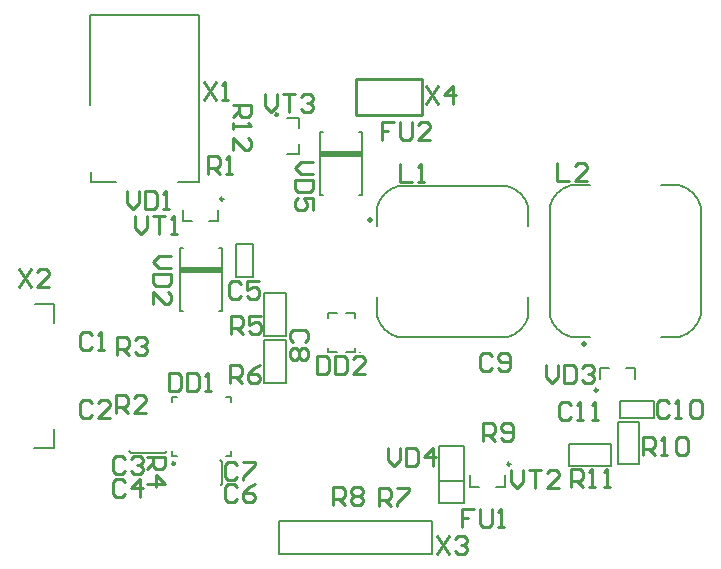
<source format=gto>
G04 Layer_Color=16777215*
%FSLAX43Y43*%
%MOMM*%
G71*
G01*
G75*
%ADD31C,0.250*%
%ADD35C,0.254*%
%ADD42C,0.500*%
%ADD43C,0.200*%
%ADD44C,0.100*%
%ADD45R,3.556X0.500*%
D31*
X42625Y9550D02*
G03*
X42625Y9550I-125J0D01*
G01*
X14225Y9600D02*
G03*
X14225Y9600I-125J0D01*
G01*
X50025Y15825D02*
G03*
X50025Y15825I-125J0D01*
G01*
X22950Y39150D02*
G03*
X22950Y39150I-125J0D01*
G01*
X18325Y32000D02*
G03*
X18325Y32000I-125J0D01*
G01*
D35*
X35119Y39151D02*
Y42199D01*
X29531D02*
X35119D01*
X29531Y39151D02*
X35119D01*
X29531D02*
Y42199D01*
X40350Y11550D02*
Y13074D01*
X41112D01*
X41366Y12820D01*
Y12312D01*
X41112Y12058D01*
X40350D01*
X40858D02*
X41366Y11550D01*
X41874Y11804D02*
X42127Y11550D01*
X42635D01*
X42889Y11804D01*
Y12820D01*
X42635Y13074D01*
X42127D01*
X41874Y12820D01*
Y12566D01*
X42127Y12312D01*
X42889D01*
X42675Y9099D02*
Y8083D01*
X43183Y7575D01*
X43691Y8083D01*
Y9099D01*
X44199D02*
X45214D01*
X44706D01*
Y7575D01*
X46738D02*
X45722D01*
X46738Y8591D01*
Y8845D01*
X46484Y9099D01*
X45976D01*
X45722Y8845D01*
X32275Y10924D02*
Y9908D01*
X32783Y9400D01*
X33291Y9908D01*
Y10924D01*
X33799D02*
Y9400D01*
X34560D01*
X34814Y9654D01*
Y10670D01*
X34560Y10924D01*
X33799D01*
X36084Y9400D02*
Y10924D01*
X35322Y10162D01*
X36338D01*
X39516Y5774D02*
X38500D01*
Y5012D01*
X39008D01*
X38500D01*
Y4250D01*
X40024Y5774D02*
Y4504D01*
X40277Y4250D01*
X40785D01*
X41039Y4504D01*
Y5774D01*
X41547Y4250D02*
X42055D01*
X41801D01*
Y5774D01*
X41547Y5520D01*
X13725Y17249D02*
Y15725D01*
X14487D01*
X14741Y15979D01*
Y16995D01*
X14487Y17249D01*
X13725D01*
X15249D02*
Y15725D01*
X16010D01*
X16264Y15979D01*
Y16995D01*
X16010Y17249D01*
X15249D01*
X16772Y15725D02*
X17280D01*
X17026D01*
Y17249D01*
X16772Y16995D01*
X9991Y9970D02*
X9737Y10224D01*
X9229D01*
X8975Y9970D01*
Y8954D01*
X9229Y8700D01*
X9737D01*
X9991Y8954D01*
X10499Y9970D02*
X10752Y10224D01*
X11260D01*
X11514Y9970D01*
Y9716D01*
X11260Y9462D01*
X11006D01*
X11260D01*
X11514Y9208D01*
Y8954D01*
X11260Y8700D01*
X10752D01*
X10499Y8954D01*
X9991Y8070D02*
X9737Y8323D01*
X9229D01*
X8975Y8070D01*
Y7054D01*
X9229Y6800D01*
X9737D01*
X9991Y7054D01*
X11260Y6800D02*
Y8323D01*
X10499Y7562D01*
X11514D01*
X11900Y10175D02*
X13424D01*
Y9413D01*
X13170Y9159D01*
X12662D01*
X12408Y9413D01*
Y10175D01*
Y9667D02*
X11900Y9159D01*
Y7890D02*
X13424D01*
X12662Y8651D01*
Y7636D01*
X53850Y10350D02*
Y11874D01*
X54612D01*
X54866Y11620D01*
Y11112D01*
X54612Y10858D01*
X53850D01*
X54358D02*
X54866Y10350D01*
X55374D02*
X55881D01*
X55627D01*
Y11874D01*
X55374Y11620D01*
X56643D02*
X56897Y11874D01*
X57405D01*
X57659Y11620D01*
Y10604D01*
X57405Y10350D01*
X56897D01*
X56643Y10604D01*
Y11620D01*
X47725Y7600D02*
Y9124D01*
X48487D01*
X48741Y8870D01*
Y8362D01*
X48487Y8108D01*
X47725D01*
X48233D02*
X48741Y7600D01*
X49249D02*
X49756D01*
X49502D01*
Y9124D01*
X49249Y8870D01*
X50518Y7600D02*
X51026D01*
X50772D01*
Y9124D01*
X50518Y8870D01*
X47766Y14570D02*
X47512Y14824D01*
X47004D01*
X46750Y14570D01*
Y13554D01*
X47004Y13300D01*
X47512D01*
X47766Y13554D01*
X48274Y13300D02*
X48781D01*
X48527D01*
Y14824D01*
X48274Y14570D01*
X49543Y13300D02*
X50051D01*
X49797D01*
Y14824D01*
X49543Y14570D01*
X46600Y35074D02*
Y33550D01*
X47616D01*
X49139D02*
X48124D01*
X49139Y34566D01*
Y34820D01*
X48885Y35074D01*
X48377D01*
X48124Y34820D01*
X56066Y14720D02*
X55812Y14974D01*
X55304D01*
X55050Y14720D01*
Y13704D01*
X55304Y13450D01*
X55812D01*
X56066Y13704D01*
X56574Y13450D02*
X57081D01*
X56827D01*
Y14974D01*
X56574Y14720D01*
X57843D02*
X58097Y14974D01*
X58605D01*
X58859Y14720D01*
Y13704D01*
X58605Y13450D01*
X58097D01*
X57843Y13704D01*
Y14720D01*
X45650Y17924D02*
Y16908D01*
X46158Y16400D01*
X46666Y16908D01*
Y17924D01*
X47174D02*
Y16400D01*
X47935D01*
X48189Y16654D01*
Y17670D01*
X47935Y17924D01*
X47174D01*
X48697Y17670D02*
X48951Y17924D01*
X49459D01*
X49713Y17670D01*
Y17416D01*
X49459Y17162D01*
X49205D01*
X49459D01*
X49713Y16908D01*
Y16654D01*
X49459Y16400D01*
X48951D01*
X48697Y16654D01*
X41116Y18720D02*
X40862Y18974D01*
X40354D01*
X40100Y18720D01*
Y17704D01*
X40354Y17450D01*
X40862D01*
X41116Y17704D01*
X41624D02*
X41877Y17450D01*
X42385D01*
X42639Y17704D01*
Y18720D01*
X42385Y18974D01*
X41877D01*
X41624Y18720D01*
Y18466D01*
X41877Y18212D01*
X42639D01*
X36425Y3474D02*
X37441Y1950D01*
Y3474D02*
X36425Y1950D01*
X37949Y3220D02*
X38202Y3474D01*
X38710D01*
X38964Y3220D01*
Y2966D01*
X38710Y2712D01*
X38456D01*
X38710D01*
X38964Y2458D01*
Y2204D01*
X38710Y1950D01*
X38202D01*
X37949Y2204D01*
X31475Y6050D02*
Y7574D01*
X32237D01*
X32491Y7320D01*
Y6812D01*
X32237Y6558D01*
X31475D01*
X31983D02*
X32491Y6050D01*
X32999Y7574D02*
X34014D01*
Y7320D01*
X32999Y6304D01*
Y6050D01*
X27625Y6075D02*
Y7599D01*
X28387D01*
X28641Y7345D01*
Y6837D01*
X28387Y6583D01*
X27625D01*
X28133D02*
X28641Y6075D01*
X29149Y7345D02*
X29402Y7599D01*
X29910D01*
X30164Y7345D01*
Y7091D01*
X29910Y6837D01*
X30164Y6583D01*
Y6329D01*
X29910Y6075D01*
X29402D01*
X29149Y6329D01*
Y6583D01*
X29402Y6837D01*
X29149Y7091D01*
Y7345D01*
X29402Y6837D02*
X29910D01*
X19491Y9495D02*
X19237Y9749D01*
X18729D01*
X18475Y9495D01*
Y8479D01*
X18729Y8225D01*
X19237D01*
X19491Y8479D01*
X19999Y9749D02*
X21014D01*
Y9495D01*
X19999Y8479D01*
Y8225D01*
X19466Y7620D02*
X19212Y7874D01*
X18704D01*
X18450Y7620D01*
Y6604D01*
X18704Y6350D01*
X19212D01*
X19466Y6604D01*
X20989Y7874D02*
X20481Y7620D01*
X19974Y7112D01*
Y6604D01*
X20227Y6350D01*
X20735D01*
X20989Y6604D01*
Y6858D01*
X20735Y7112D01*
X19974D01*
X33325Y34999D02*
Y33475D01*
X34341D01*
X34849D02*
X35356D01*
X35102D01*
Y34999D01*
X34849Y34745D01*
X25220Y19859D02*
X25474Y20113D01*
Y20621D01*
X25220Y20875D01*
X24204D01*
X23950Y20621D01*
Y20113D01*
X24204Y19859D01*
X25220Y19351D02*
X25474Y19098D01*
Y18590D01*
X25220Y18336D01*
X24966D01*
X24712Y18590D01*
X24458Y18336D01*
X24204D01*
X23950Y18590D01*
Y19098D01*
X24204Y19351D01*
X24458D01*
X24712Y19098D01*
X24966Y19351D01*
X25220D01*
X24712Y19098D02*
Y18590D01*
X26300Y18724D02*
Y17200D01*
X27062D01*
X27316Y17454D01*
Y18470D01*
X27062Y18724D01*
X26300D01*
X27824D02*
Y17200D01*
X28585D01*
X28839Y17454D01*
Y18470D01*
X28585Y18724D01*
X27824D01*
X30363Y17200D02*
X29347D01*
X30363Y18216D01*
Y18470D01*
X30109Y18724D01*
X29601D01*
X29347Y18470D01*
X21875Y40899D02*
Y39883D01*
X22383Y39375D01*
X22891Y39883D01*
Y40899D01*
X23399D02*
X24414D01*
X23906D01*
Y39375D01*
X24922Y40645D02*
X25176Y40899D01*
X25684D01*
X25938Y40645D01*
Y40391D01*
X25684Y40137D01*
X25430D01*
X25684D01*
X25938Y39883D01*
Y39629D01*
X25684Y39375D01*
X25176D01*
X24922Y39629D01*
X18900Y16450D02*
Y17973D01*
X19662D01*
X19916Y17720D01*
Y17212D01*
X19662Y16958D01*
X18900D01*
X19408D02*
X19916Y16450D01*
X21439Y17973D02*
X20931Y17720D01*
X20424Y17212D01*
Y16704D01*
X20677Y16450D01*
X21185D01*
X21439Y16704D01*
Y16958D01*
X21185Y17212D01*
X20424D01*
X18950Y20575D02*
Y22099D01*
X19712D01*
X19966Y21845D01*
Y21337D01*
X19712Y21083D01*
X18950D01*
X19458D02*
X19966Y20575D01*
X21489Y22099D02*
X20474D01*
Y21337D01*
X20981Y21591D01*
X21235D01*
X21489Y21337D01*
Y20829D01*
X21235Y20575D01*
X20727D01*
X20474Y20829D01*
X19791Y24770D02*
X19537Y25024D01*
X19029D01*
X18775Y24770D01*
Y23754D01*
X19029Y23500D01*
X19537D01*
X19791Y23754D01*
X21314Y25024D02*
X20299D01*
Y24262D01*
X20806Y24516D01*
X21060D01*
X21314Y24262D01*
Y23754D01*
X21060Y23500D01*
X20552D01*
X20299Y23754D01*
X19175Y39975D02*
X20699D01*
Y39213D01*
X20445Y38959D01*
X19937D01*
X19683Y39213D01*
Y39975D01*
Y39467D02*
X19175Y38959D01*
Y38451D02*
Y37944D01*
Y38198D01*
X20699D01*
X20445Y38451D01*
X19175Y36166D02*
Y37182D01*
X20191Y36166D01*
X20445D01*
X20699Y36420D01*
Y36928D01*
X20445Y37182D01*
X25899Y35175D02*
X24883D01*
X24375Y34667D01*
X24883Y34159D01*
X25899D01*
Y33651D02*
X24375D01*
Y32890D01*
X24629Y32636D01*
X25645D01*
X25899Y32890D01*
Y33651D01*
Y31112D02*
Y32128D01*
X25137D01*
X25391Y31620D01*
Y31366D01*
X25137Y31112D01*
X24629D01*
X24375Y31366D01*
Y31874D01*
X24629Y32128D01*
X32816Y38499D02*
X31800D01*
Y37737D01*
X32308D01*
X31800D01*
Y36975D01*
X33324Y38499D02*
Y37229D01*
X33577Y36975D01*
X34085D01*
X34339Y37229D01*
Y38499D01*
X35863Y36975D02*
X34847D01*
X35863Y37991D01*
Y38245D01*
X35609Y38499D01*
X35101D01*
X34847Y38245D01*
X35525Y41549D02*
X36541Y40025D01*
Y41549D02*
X35525Y40025D01*
X37810D02*
Y41549D01*
X37049Y40787D01*
X38064D01*
X17050Y34125D02*
Y35649D01*
X17812D01*
X18066Y35395D01*
Y34887D01*
X17812Y34633D01*
X17050D01*
X17558D02*
X18066Y34125D01*
X18574D02*
X19081D01*
X18827D01*
Y35649D01*
X18574Y35395D01*
X13924Y27200D02*
X12908D01*
X12400Y26692D01*
X12908Y26184D01*
X13924D01*
Y25676D02*
X12400D01*
Y24915D01*
X12654Y24661D01*
X13670D01*
X13924Y24915D01*
Y25676D01*
X12400Y23137D02*
Y24153D01*
X13416Y23137D01*
X13670D01*
X13924Y23391D01*
Y23899D01*
X13670Y24153D01*
X10850Y30524D02*
Y29508D01*
X11358Y29000D01*
X11866Y29508D01*
Y30524D01*
X12374D02*
X13389D01*
X12881D01*
Y29000D01*
X13897D02*
X14405D01*
X14151D01*
Y30524D01*
X13897Y30270D01*
X10150Y32649D02*
Y31633D01*
X10658Y31125D01*
X11166Y31633D01*
Y32649D01*
X11674D02*
Y31125D01*
X12435D01*
X12689Y31379D01*
Y32395D01*
X12435Y32649D01*
X11674D01*
X13197Y31125D02*
X13705D01*
X13451D01*
Y32649D01*
X13197Y32395D01*
X9300Y18825D02*
Y20349D01*
X10062D01*
X10316Y20095D01*
Y19587D01*
X10062Y19333D01*
X9300D01*
X9808D02*
X10316Y18825D01*
X10824Y20095D02*
X11077Y20349D01*
X11585D01*
X11839Y20095D01*
Y19841D01*
X11585Y19587D01*
X11331D01*
X11585D01*
X11839Y19333D01*
Y19079D01*
X11585Y18825D01*
X11077D01*
X10824Y19079D01*
X7216Y20520D02*
X6962Y20774D01*
X6454D01*
X6200Y20520D01*
Y19504D01*
X6454Y19250D01*
X6962D01*
X7216Y19504D01*
X7724Y19250D02*
X8231D01*
X7977D01*
Y20774D01*
X7724Y20520D01*
X7216Y14745D02*
X6962Y14999D01*
X6454D01*
X6200Y14745D01*
Y13729D01*
X6454Y13475D01*
X6962D01*
X7216Y13729D01*
X8739Y13475D02*
X7724D01*
X8739Y14491D01*
Y14745D01*
X8485Y14999D01*
X7977D01*
X7724Y14745D01*
X9275Y13925D02*
Y15449D01*
X10037D01*
X10291Y15195D01*
Y14687D01*
X10037Y14433D01*
X9275D01*
X9783D02*
X10291Y13925D01*
X11814D02*
X10799D01*
X11814Y14941D01*
Y15195D01*
X11560Y15449D01*
X11052D01*
X10799Y15195D01*
X1000Y26049D02*
X2016Y24525D01*
Y26049D02*
X1000Y24525D01*
X3539D02*
X2524D01*
X3539Y25541D01*
Y25795D01*
X3285Y26049D01*
X2777D01*
X2524Y25795D01*
X16675Y41899D02*
X17691Y40375D01*
Y41899D02*
X16675Y40375D01*
X18199D02*
X18706D01*
X18452D01*
Y41899D01*
X18199Y41645D01*
D42*
X48850Y19750D02*
D03*
X30750Y30200D02*
D03*
D43*
X56975Y20342D02*
G03*
X58750Y22150I-650J2414D01*
G01*
Y31350D02*
G03*
X56975Y33158I-2425J-606D01*
G01*
X47725D02*
G03*
X45950Y31350I650J-2414D01*
G01*
Y22150D02*
G03*
X47725Y20342I2425J606D01*
G01*
X31342Y22075D02*
G03*
X33150Y20300I2414J650D01*
G01*
X42350D02*
G03*
X44158Y22075I-606J2425D01*
G01*
Y31325D02*
G03*
X42350Y33100I-2414J-650D01*
G01*
X33150D02*
G03*
X31342Y31325I606J-2425D01*
G01*
X39200Y7650D02*
X40000D01*
X39200D02*
Y8650D01*
X41400Y7650D02*
X42200D01*
Y8650D01*
X38725Y6250D02*
Y11050D01*
X36625Y6250D02*
X38725D01*
X36625D02*
Y11050D01*
X38725D01*
X36625Y8150D02*
X38725D01*
X18950Y10250D02*
Y10675D01*
X18525Y10250D02*
X18950D01*
Y14825D02*
Y15250D01*
X18525D02*
X18950D01*
X13950D02*
X14375D01*
X13950Y14825D02*
Y15250D01*
Y10250D02*
Y10675D01*
Y10250D02*
X14375D01*
X13400Y10500D02*
X13575Y10675D01*
X10350D02*
X10525Y10500D01*
X13400D01*
X18075Y9875D02*
X18175Y9775D01*
X18100Y7825D02*
X18175Y7900D01*
Y9775D01*
X51750Y9525D02*
Y13125D01*
X53550Y9525D02*
Y13125D01*
X51750Y9525D02*
X53550D01*
X51750Y13125D02*
X53550D01*
X47575Y11225D02*
X51175D01*
X47575Y9425D02*
X51175D01*
X47575D02*
Y11225D01*
X51175Y9425D02*
Y11225D01*
X55350Y20342D02*
X56975D01*
X58750Y22144D02*
Y31350D01*
X55350Y33158D02*
X56975D01*
X47725D02*
X49350D01*
X45950Y22144D02*
Y31350D01*
X47725Y20342D02*
X49350D01*
X51950Y13500D02*
X54750D01*
X51950Y14900D02*
X54750D01*
Y13500D02*
Y14900D01*
X51950Y13500D02*
Y14900D01*
X52400Y17725D02*
X53200D01*
Y16725D02*
Y17725D01*
X50200D02*
X51000D01*
X50200Y16725D02*
Y17725D01*
X23025Y1925D02*
X36025D01*
X23025Y4725D02*
X36025D01*
Y1925D02*
Y4725D01*
X23025Y1925D02*
Y4725D01*
X31342Y22075D02*
Y23700D01*
X33144Y20300D02*
X42350D01*
X44158Y22075D02*
Y23700D01*
Y29700D02*
Y31325D01*
X33144Y33100D02*
X42350D01*
X31342Y29700D02*
Y31325D01*
X27175Y22325D02*
X27965D01*
X28685D02*
X29475D01*
X27175Y19025D02*
X27965D01*
X28685D02*
X29475D01*
X27175Y21950D02*
Y22325D01*
Y19025D02*
Y19400D01*
X29475Y21950D02*
Y22325D01*
Y19025D02*
Y19400D01*
X24725Y35850D02*
Y36650D01*
X23725Y35850D02*
X24725D01*
Y38050D02*
Y38850D01*
X23725D02*
X24725D01*
X23600Y16425D02*
Y20025D01*
X21800Y16425D02*
Y20025D01*
X23600D01*
X21800Y16425D02*
X23600D01*
Y20425D02*
Y24025D01*
X21800Y20425D02*
Y24025D01*
X23600D01*
X21800Y20425D02*
X23600D01*
X19400Y25375D02*
Y28175D01*
X20800Y25375D02*
Y28175D01*
X19400Y25375D02*
X20800D01*
X19400Y28175D02*
X20800D01*
X26522Y32383D02*
X26776D01*
X26522D02*
Y37717D01*
X26776D01*
X29824Y32383D02*
X30078D01*
Y37717D01*
X29824D02*
X30078D01*
X14622Y22533D02*
X14876D01*
X14622D02*
Y27867D01*
X14876D01*
X17924Y22533D02*
X18178D01*
Y27867D01*
X17924D02*
X18178D01*
X14900Y30100D02*
X15700D01*
X14900D02*
Y31100D01*
X17100Y30100D02*
X17900D01*
Y31100D01*
X2325Y10925D02*
X3950D01*
Y12550D01*
X4000Y21500D02*
Y23125D01*
X2375D02*
X4000D01*
X14500Y33400D02*
X16300D01*
X7075Y40000D02*
Y47600D01*
X16300D01*
X7100Y33400D02*
X9200D01*
X7100D02*
Y34250D01*
X16300Y33400D02*
Y47600D01*
D44*
X29925Y19025D02*
G03*
X29925Y19025I-50J0D01*
G01*
D45*
X28300Y35800D02*
D03*
X16400Y25950D02*
D03*
M02*

</source>
